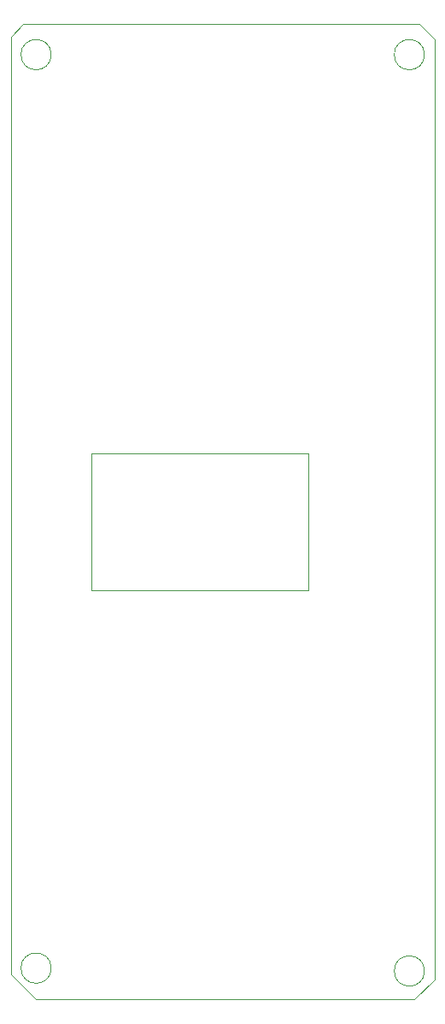
<source format=gbr>
%TF.GenerationSoftware,KiCad,Pcbnew,7.0.11+dfsg-1build4*%
%TF.CreationDate,2025-02-25T03:32:25+01:00*%
%TF.ProjectId,BertheVario213-Shema,42657274-6865-4566-9172-696f3231332d,1.11*%
%TF.SameCoordinates,Original*%
%TF.FileFunction,Profile,NP*%
%FSLAX46Y46*%
G04 Gerber Fmt 4.6, Leading zero omitted, Abs format (unit mm)*
G04 Created by KiCad (PCBNEW 7.0.11+dfsg-1build4) date 2025-02-25 03:32:25*
%MOMM*%
%LPD*%
G01*
G04 APERTURE LIST*
%TA.AperFunction,Profile*%
%ADD10C,0.050000*%
%TD*%
G04 APERTURE END LIST*
D10*
X163500000Y-62500000D02*
X163500000Y-155500000D01*
X161500000Y-157500000D01*
X124000000Y-157500000D01*
X121500000Y-155000000D01*
X121500000Y-62250000D01*
X122750000Y-61000000D01*
X162000000Y-61000000D01*
X163500000Y-62500000D01*
X125500000Y-64000000D02*
G75*
G03*
X122500000Y-64000000I-1500000J0D01*
G01*
X122500000Y-64000000D02*
G75*
G03*
X125500000Y-64000000I1500000J0D01*
G01*
X162500000Y-154691871D02*
G75*
G03*
X159500000Y-154691871I-1500000J0D01*
G01*
X159500000Y-154691871D02*
G75*
G03*
X162500000Y-154691871I1500000J0D01*
G01*
X129520000Y-103500000D02*
X150964571Y-103500000D01*
X150964571Y-117055429D01*
X129520000Y-117055429D01*
X129520000Y-103500000D01*
X162500000Y-64000000D02*
G75*
G03*
X159500000Y-64000000I-1500000J0D01*
G01*
X159500000Y-64000000D02*
G75*
G03*
X162500000Y-64000000I1500000J0D01*
G01*
X125500000Y-154409191D02*
G75*
G03*
X122500000Y-154409191I-1500000J0D01*
G01*
X122500000Y-154409191D02*
G75*
G03*
X125500000Y-154409191I1500000J0D01*
G01*
M02*

</source>
